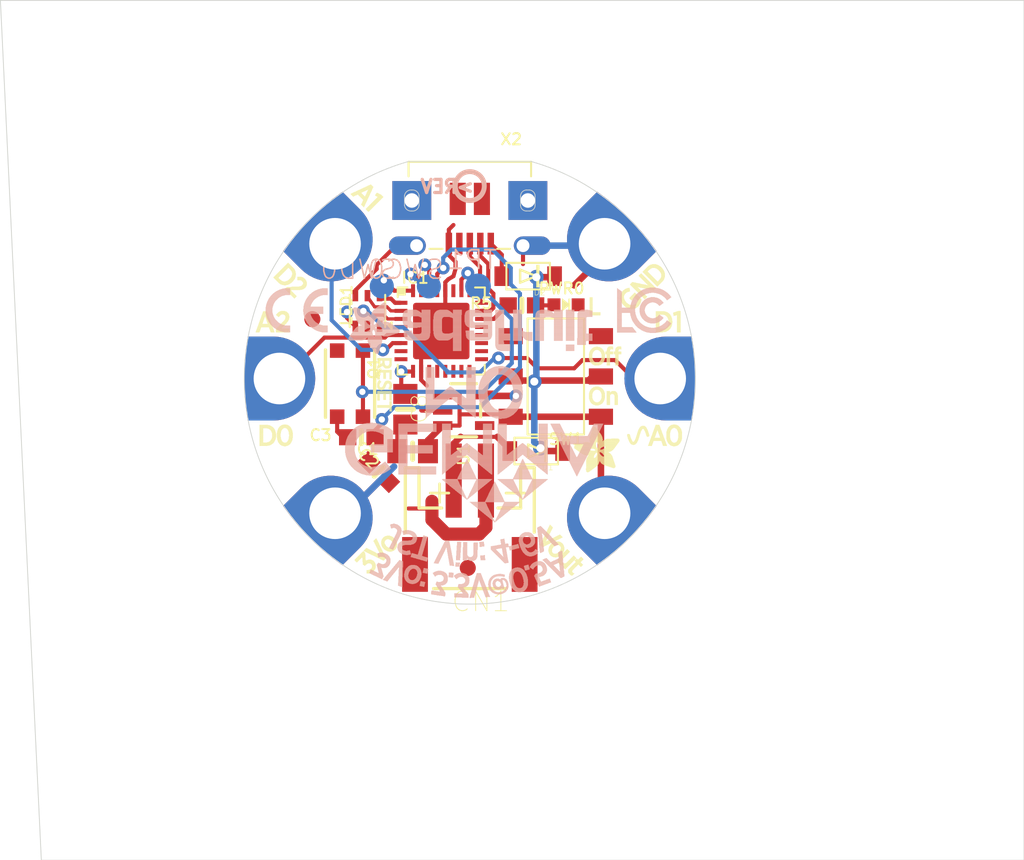
<source format=kicad_pcb>
(kicad_pcb (version 20211014) (generator pcbnew)
  (layers (0 "F.Cu" signal) (1 "In1.Cu" signal) (2 "In2.Cu" signal) (3 "In3.Cu" signal) (4 "In4.Cu" signal) (5 "In5.Cu" signal) (6 "In6.Cu" signal) (7 "In7.Cu" signal) (8 "In8.Cu" signal) (9 "In9.Cu" signal) (10 "In10.Cu" signal) (11 "In11.Cu" signal) (12 "In12.Cu" signal) (13 "In13.Cu" signal) (14 "In14.Cu" signal) (31 "B.Cu" signal) (34 "B.Paste" user) (35 "F.Paste" user) (36 "B.SilkS" user "B.Silkscreen") (37 "F.SilkS" user "F.Silkscreen") (38 "B.Mask" user) (39 "F.Mask" user) (44 "Edge.Cuts" user))
  (net 0 "")
  (net 1 "GND")
  (net 2 "VBUS")
  (net 3 "~{RESET}")
  (net 4 "VBAT")
  (net 5 "D-")
  (net 6 "D+")
  (net 7 "3.3V")
  (net 8 "SWCLK")
  (net 9 "SWDIO")
  (net 10 "D4")
  (net 11 "D3")
  (net 12 "D1_A0")
  (net 13 "VOUT")
  (net 14 "D0_SDA_TX")
  (net 15 "D2_SCL_RX")
  (net 16 "VDDCORE")
  (net 17 "VHIGH")
  (net 18 "D13")
  (net 19 "N$1")
  (footprint "boardEagle:SOD-123FL" (layer "F.Cu") (at 152.1206 98.387005 180)
    (fp_text reference "D2" (at -1.1 -1) (layer "F.SilkS") (effects (font (size 0.376489 0.376489) (thickness 0.029911)) (justify right)))
    (fp_text value "SCHOTTKY")
    (pad "A" smd rect (at 1.6375 0 180) (size 0.91 1.22) (layers "F.Cu" "F.Paste" "F.Mask") (net 2 "VBUS"))
    (pad "C" smd rect (at -1.6375 0 180) (size 0.91 1.22) (layers "F.Cu" "F.Paste" "F.Mask") (net 17 "VHIGH"))
  )
  (footprint "boardEagle:QFN32_5MM" (layer "F.Cu") (at 146.729485 101.789705)
    (fp_text reference "IC1" (at -2.54 -3.298) (layer "F.SilkS") (effects (font (size 0.692831 0.692831) (thickness 0.119969)) (justify left)))
    (fp_text value "ATSAMD21E")
    (pad "1" smd rect (at -2.5 -1.75 90) (size 0.25 0.8) (layers "F.Cu" "F.Paste") (net 11 "D3"))
    (pad "2" smd rect (at -2.5 -1.25 90) (size 0.25 0.8) (layers "F.Cu" "F.Paste") (net 10 "D4"))
    (pad "3" smd rect (at -2.5 -0.75 90) (size 0.25 0.8) (layers "F.Cu" "F.Paste") (net 12 "D1_A0"))
    (pad "4" smd rect (at -2.5 -0.25 90) (size 0.25 0.8) (layers "F.Cu" "F.Paste"))
    (pad "5" smd rect (at -2.5 0.25 90) (size 0.25 0.8) (layers "F.Cu" "F.Paste") (net 14 "D0_SDA_TX"))
    (pad "6" smd rect (at -2.5 0.75 90) (size 0.25 0.8) (layers "F.Cu" "F.Paste") (net 15 "D2_SCL_RX"))
    (pad "7" smd rect (at -2.5 1.25 90) (size 0.25 0.8) (layers "F.Cu" "F.Paste"))
    (pad "8" smd rect (at -2.5 1.75 90) (size 0.25 0.8) (layers "F.Cu" "F.Paste"))
    (pad "9" smd rect (at -1.75 2.5 180) (size 0.25 0.8) (layers "F.Cu" "F.Paste") (net 7 "3.3V"))
    (pad "10" smd rect (at -1.25 2.5 180) (size 0.25 0.8) (layers "F.Cu" "F.Paste") (net 1 "GND"))
    (pad "11" smd rect (at -0.75 2.5 180) (size 0.25 0.8) (layers "F.Cu" "F.Paste"))
    (pad "12" smd rect (at -0.25 2.5 180) (size 0.25 0.8) (layers "F.Cu" "F.Paste"))
    (pad "13" smd rect (at 0.25 2.5 180) (size 0.25 0.8) (layers "F.Cu" "F.Paste"))
    (pad "14" smd rect (at 0.75 2.5 180) (size 0.25 0.8) (layers "F.Cu" "F.Paste"))
    (pad "15" smd rect (at 1.25 2.5 180) (size 0.25 0.8) (layers "F.Cu" "F.Paste"))
    (pad "16" smd rect (at 1.75 2.5 180) (size 0.25 0.8) (layers "F.Cu" "F.Paste"))
    (pad "17" smd rect (at 2.5 1.75 270) (size 0.25 0.8) (layers "F.Cu" "F.Paste"))
    (pad "18" smd rect (at 2.5 1.25 270) (size 0.25 0.8) (layers "F.Cu" "F.Paste"))
    (pad "19" smd rect (at 2.5 0.75 270) (size 0.25 0.8) (layers "F.Cu" "F.Paste"))
    (pad "20" smd rect (at 2.5 0.25 270) (size 0.25 0.8) (layers "F.Cu" "F.Paste"))
    (pad "21" smd rect (at 2.5 -0.25 270) (size 0.25 0.8) (layers "F.Cu" "F.Paste"))
    (pad "22" smd rect (at 2.5 -0.75 270) (size 0.25 0.8) (layers "F.Cu" "F.Paste") (net 18 "D13"))
    (pad "23" smd rect (at 2.5 -1.25 270) (size 0.25 0.8) (layers "F.Cu" "F.Paste") (net 5 "D-"))
    (pad "24" smd rect (at 2.5 -1.75 270) (size 0.25 0.8) (layers "F.Cu" "F.Paste") (net 6 "D+"))
    (pad "25" smd rect (at 1.75 -2.5) (size 0.25 0.8) (layers "F.Cu" "F.Paste"))
    (pad "26" smd rect (at 1.25 -2.5) (size 0.25 0.8) (layers "F.Cu" "F.Paste") (net 3 "~{RESET}"))
    (pad "27" smd rect (at 0.75 -2.5) (size 0.25 0.8) (layers "F.Cu" "F.Paste"))
    (pad "28" smd rect (at 0.25 -2.5) (size 0.25 0.8) (layers "F.Cu" "F.Paste") (net 1 "GND"))
    (pad "29" smd rect (at -0.25 -2.5) (size 0.25 0.8) (layers "F.Cu" "F.Paste") (net 16 "VDDCORE"))
    (pad "30" smd rect (at -0.75 -2.5) (size 0.25 0.8) (layers "F.Cu" "F.Paste") (net 7 "3.3V"))
    (pad "31" smd rect (at -1.25 -2.5) (size 0.25 0.8) (layers "F.Cu" "F.Paste") (net 8 "SWCLK"))
    (pad "32" smd rect (at -1.75 -2.5) (size 0.25 0.8) (layers "F.Cu" "F.Paste") (net 9 "SWDIO"))
    (pad "33" smd roundrect (at 0 0) (size 3.5 3.5) (layers "F.Cu" "F.Mask") (roundrect_rratio 0.05) (net 1 "GND"))
  )
  (footprint "boardEagle:SEWALLI" (layer "F.Cu") (at 140.5001 112.738005 135)
    (fp_text reference "UNK3V3" hide)
    (fp_text value "SEWTAP-ALLIGATOR" hide)
    (fp_poly (pts (xy 1.097845 -2.657662) (xy 1.826708 -2.584729) (xy 2.6035 -2.467646) (xy 2.6035 -0.887081) (xy 2.584633 -0.575169) (xy 2.527959 -0.265914) (xy 2.434423 0.034255) (xy 2.305387 0.320961) (xy 2.142734 0.590022) (xy 1.948834 0.837517) (xy 1.726517 1.059834) (xy 1.479022 1.253734) (xy 1.209961 1.416387) (xy 0.923255 1.545423) (xy 0.623086 1.638959) (xy 0.313831 1.695633) (xy 0 1.714616) (xy -0.313831 1.695633) (xy -0.623086 1.638959) (xy -0.923255 1.545423) (xy -1.209961 1.416387) (xy -1.479022 1.253734) (xy -1.726517 1.059834) (xy -1.948834 0.837517) (xy -2.142734 0.590022) (xy -2.305387 0.320961) (xy -2.434423 0.034255) (xy -2.527959 -0.265914) (xy -2.584633 -0.575169) (xy -2.6035 -0.887081) (xy -2.6035 -2.467646) (xy -1.826708 -2.584729) (xy -1.097845 -2.657662) (xy -0.366252 -2.694174) (xy 0.366252 -2.694174)) (layer "F.Cu") (width 0) (fill solid))
    (fp_poly (pts (xy 1.097845 -2.657662) (xy 1.826708 -2.584729) (xy 2.6035 -2.467646) (xy 2.6035 -0.887081) (xy 2.584633 -0.575169) (xy 2.527959 -0.265914) (xy 2.434423 0.034255) (xy 2.305387 0.320961) (xy 2.142734 0.590022) (xy 1.948834 0.837517) (xy 1.726517 1.059834) (xy 1.479022 1.253734) (xy 1.209961 1.416387) (xy 0.923255 1.545423) (xy 0.623086 1.638959) (xy 0.313831 1.695633) (xy 0 1.714616) (xy -0.313831 1.695633) (xy -0.623086 1.638959) (xy -0.923255 1.545423) (xy -1.209961 1.416387) (xy -1.479022 1.253734) (xy -1.726517 1.059834) (xy -1.948834 0.837517) (xy -2.142734 0.590022) (xy -2.305387 0.320961) (xy -2.434423 0.034255) (xy -2.527959 -0.265914) (xy -2.584633 -0.575169) (xy -2.6035 -0.887081) (xy -2.6035 -2.467646) (xy -1.826708 -2.584729) (xy -1.097845 -2.657662) (xy -0.366252 -2.694174) (xy 0.366252 -2.694174)) (layer "B.Cu") (width 0) (fill solid))
    (pad "P$1" thru_hole circle (at 0 -0.508 135) (size 4.216 4.216) (drill 3.2) (layers *.Cu *.Mask) (net 7 "3.3V"))
  )
  (footprint "boardEagle:APA102_2020" (layer "F.Cu") (at 142.1511 100.546005 90)
    (fp_text reference "LED1" (at -1 -1.3 90) (layer "F.SilkS") (effects (font (size 0.692831 0.692831) (thickness 0.119969)) (justify left)))
    (fp_text value "AP102-2020")
    (pad "1" smd rect (at -0.95 0.75 270) (size 0.7 0.35) (layers "F.Cu" "F.Paste" "F.Mask"))
    (pad "2" smd rect (at -0.95 0 270) (size 0.7 0.35) (layers "F.Cu" "F.Paste" "F.Mask"))
    (pad "3" smd rect (at -0.95 -0.75 270) (size 0.7 0.35) (layers "F.Cu" "F.Paste" "F.Mask") (net 7 "3.3V"))
    (pad "4" smd rect (at 0.95 -0.75 270) (size 0.7 0.35) (layers "F.Cu" "F.Paste" "F.Mask") (net 1 "GND"))
    (pad "5" smd rect (at 0.95 0 270) (size 0.7 0.35) (layers "F.Cu" "F.Paste" "F.Mask") (net 10 "D4"))
    (pad "6" smd rect (at 0.95 0.75 270) (size 0.7 0.35) (layers "F.Cu" "F.Paste" "F.Mask") (net 11 "D3"))
  )
  (footprint "boardEagle:FIDUCIAL_1MM" (layer "F.Cu") (at 138.7331 101.055505 90)
    (fp_text reference "U$1" hide)
    (fp_text value "FIDUCIAL_1MM" hide)
    (pad "1" smd roundrect (at 0 0 90) (size 1 1) (layers "F.Cu" "F.Mask") (roundrect_rratio 0.5))
  )
  (footprint "boardEagle:SEWALLI" (layer "F.Cu") (at 140.5001 96.736005 45)
    (fp_text reference "B2" hide)
    (fp_text value "SEWTAP-ALLIGATOR" hide)
    (fp_poly (pts (xy 1.097845 -2.657662) (xy 1.826708 -2.584729) (xy 2.6035 -2.467646) (xy 2.6035 -0.887081) (xy 2.584633 -0.575169) (xy 2.527959 -0.265914) (xy 2.434423 0.034255) (xy 2.305387 0.320961) (xy 2.142734 0.590022) (xy 1.948834 0.837517) (xy 1.726517 1.059834) (xy 1.479022 1.253734) (xy 1.209961 1.416387) (xy 0.923255 1.545423) (xy 0.623086 1.638959) (xy 0.313831 1.695633) (xy 0 1.714616) (xy -0.313831 1.695633) (xy -0.623086 1.638959) (xy -0.923255 1.545423) (xy -1.209961 1.416387) (xy -1.479022 1.253734) (xy -1.726517 1.059834) (xy -1.948834 0.837517) (xy -2.142734 0.590022) (xy -2.305387 0.320961) (xy -2.434423 0.034255) (xy -2.527959 -0.265914) (xy -2.584633 -0.575169) (xy -2.6035 -0.887081) (xy -2.6035 -2.467646) (xy -1.826708 -2.584729) (xy -1.097845 -2.657662) (xy -0.366252 -2.694174) (xy 0.366252 -2.694174)) (layer "F.Cu") (width 0) (fill solid))
    (fp_poly (pts (xy 1.097845 -2.657662) (xy 1.826708 -2.584729) (xy 2.6035 -2.467646) (xy 2.6035 -0.887081) (xy 2.584633 -0.575169) (xy 2.527959 -0.265914) (xy 2.434423 0.034255) (xy 2.305387 0.320961) (xy 2.142734 0.590022) (xy 1.948834 0.837517) (xy 1.726517 1.059834) (xy 1.479022 1.253734) (xy 1.209961 1.416387) (xy 0.923255 1.545423) (xy 0.623086 1.638959) (xy 0.313831 1.695633) (xy 0 1.714616) (xy -0.313831 1.695633) (xy -0.623086 1.638959) (xy -0.923255 1.545423) (xy -1.209961 1.416387) (xy -1.479022 1.253734) (xy -1.726517 1.059834) (xy -1.948834 0.837517) (xy -2.142734 0.590022) (xy -2.305387 0.320961) (xy -2.434423 0.034255) (xy -2.527959 -0.265914) (xy -2.584633 -0.575169) (xy -2.6035 -0.887081) (xy -2.6035 -2.467646) (xy -1.826708 -2.584729) (xy -1.097845 -2.657662) (xy -0.366252 -2.694174) (xy 0.366252 -2.694174)) (layer "B.Cu") (width 0) (fill solid))
    (pad "P$1" thru_hole circle (at 0 -0.508 45) (size 4.216 4.216) (drill 3.2) (layers *.Cu *.Mask) (net 15 "D2_SCL_RX"))
  )
  (footprint "boardEagle:SEWALLI" (layer "F.Cu") (at 156.5021 96.736005 -45)
    (fp_text reference "GND0" hide)
    (fp_text value "SEWTAP-ALLIGATOR" hide)
    (fp_poly (pts (xy 1.097845 -2.657662) (xy 1.826708 -2.584729) (xy 2.6035 -2.467646) (xy 2.6035 -0.887081) (xy 2.584633 -0.575169) (xy 2.527959 -0.265914) (xy 2.434423 0.034255) (xy 2.305387 0.320961) (xy 2.142734 0.590022) (xy 1.948834 0.837517) (xy 1.726517 1.059834) (xy 1.479022 1.253734) (xy 1.209961 1.416387) (xy 0.923255 1.545423) (xy 0.623086 1.638959) (xy 0.313831 1.695633) (xy 0 1.714616) (xy -0.313831 1.695633) (xy -0.623086 1.638959) (xy -0.923255 1.545423) (xy -1.209961 1.416387) (xy -1.479022 1.253734) (xy -1.726517 1.059834) (xy -1.948834 0.837517) (xy -2.142734 0.590022) (xy -2.305387 0.320961) (xy -2.434423 0.034255) (xy -2.527959 -0.265914) (xy -2.584633 -0.575169) (xy -2.6035 -0.887081) (xy -2.6035 -2.467646) (xy -1.826708 -2.584729) (xy -1.097845 -2.657662) (xy -0.366252 -2.694174) (xy 0.366252 -2.694174)) (layer "F.Cu") (width 0) (fill solid))
    (fp_poly (pts (xy 1.097845 -2.657662) (xy 1.826708 -2.584729) (xy 2.6035 -2.467646) (xy 2.6035 -0.887081) (xy 2.584633 -0.575169) (xy 2.527959 -0.265914) (xy 2.434423 0.034255) (xy 2.305387 0.320961) (xy 2.142734 0.590022) (xy 1.948834 0.837517) (xy 1.726517 1.059834) (xy 1.479022 1.253734) (xy 1.209961 1.416387) (xy 0.923255 1.545423) (xy 0.623086 1.638959) (xy 0.313831 1.695633) (xy 0 1.714616) (xy -0.313831 1.695633) (xy -0.623086 1.638959) (xy -0.923255 1.545423) (xy -1.209961 1.416387) (xy -1.479022 1.253734) (xy -1.726517 1.059834) (xy -1.948834 0.837517) (xy -2.142734 0.590022) (xy -2.305387 0.320961) (xy -2.434423 0.034255) (xy -2.527959 -0.265914) (xy -2.584633 -0.575169) (xy -2.6035 -0.887081) (xy -2.6035 -2.467646) (xy -1.826708 -2.584729) (xy -1.097845 -2.657662) (xy -0.366252 -2.694174) (xy 0.366252 -2.694174)) (layer "B.Cu") (width 0) (fill solid))
    (pad "P$1" thru_hole circle (at 0 -0.508 315) (size 4.216 4.216) (drill 3.2) (layers *.Cu *.Mask) (net 1 "GND"))
  )
  (footprint "boardEagle:BTN_KMR2_4.6X2.8" (layer "F.Cu") (at 141.0716 105.054505 -90)
    (fp_text reference "Q1" (at -1.732 -1.503 90) (layer "F.SilkS") (effects (font (size 0.692831 0.692831) (thickness 0.119969)) (justify right)))
    (fp_text value "reset")
    (pad "A" smd rect (at 2.05 -0.8 270) (size 0.9 0.9) (layers "F.Cu" "F.Paste" "F.Mask") (net 3 "~{RESET}"))
    (pad "A'" smd rect (at -2.05 -0.8 270) (size 0.9 0.9) (layers "F.Cu" "F.Paste" "F.Mask") (net 3 "~{RESET}"))
    (pad "B" smd rect (at 2.05 0.8 270) (size 0.9 0.9) (layers "F.Cu" "F.Paste" "F.Mask") (net 1 "GND"))
    (pad "B'" smd rect (at -2.05 0.8 270) (size 0.9 0.9) (layers "F.Cu" "F.Paste" "F.Mask") (net 1 "GND"))
  )
  (footprint "boardEagle:EG1390" (layer "F.Cu") (at 153.8351 104.610005 90)
    (fp_text reference "SW1" (at -3.886 1.764) (layer "F.SilkS") (effects (font (size 0.692831 0.692831) (thickness 0.119969)) (justify right)))
    (fp_text value "EG1218")
    (pad "" np_thru_hole circle (at -1.5 0 90) (size 1 1) (drill 1) (layers *.Cu *.Mask))
    (pad "" np_thru_hole circle (at 1.5 0 90) (size 1 1) (drill 1) (layers *.Cu *.Mask))
    (pad "O1" smd rect (at -2.5 -2.8 90) (size 1 1.5) (layers "F.Cu" "F.Paste" "F.Mask") (net 13 "VOUT"))
    (pad "O2" smd rect (at -2.5 2.8 90) (size 1 1.5) (layers "F.Cu" "F.Paste" "F.Mask") (net 13 "VOUT"))
    (pad "P1" smd rect (at 0 -2.8 90) (size 1 1.5) (layers "F.Cu" "F.Paste" "F.Mask") (net 17 "VHIGH"))
    (pad "P2" smd rect (at 0 2.8 90) (size 1 1.5) (layers "F.Cu" "F.Paste" "F.Mask") (net 17 "VHIGH"))
    (pad "S1" smd rect (at 2.5 -2.8 90) (size 1 1.5) (layers "F.Cu" "F.Paste" "F.Mask"))
    (pad "S2" smd rect (at 2.5 2.8 90) (size 1 1.5) (layers "F.Cu" "F.Paste" "F.Mask"))
  )
  (footprint "boardEagle:0603-NO" (layer "F.Cu") (at 151.731893 100.199015 180)
    (fp_text reference "R5" (at 1.778 0.127003) (layer "F.SilkS") (effects (font (size 0.692831 0.692831) (thickness 0.119969)) (justify right)))
    (fp_text value "1K")
    (pad "1" smd rect (at -0.85 0 180) (size 1.075 1) (layers "F.Cu" "F.Paste" "F.Mask") (net 19 "N$1"))
    (pad "2" smd rect (at 0.85 0 180) (size 1.075 1) (layers "F.Cu" "F.Paste" "F.Mask") (net 18 "D13"))
  )
  (footprint "boardEagle:SOD-123FL" (layer "F.Cu") (at 152.6191 109.236005 180)
    (fp_text reference "D1" (at -1.1 -1) (layer "F.SilkS") (effects (font (size 0.376489 0.376489) (thickness 0.029911)) (justify right)))
    (fp_text value "SCHOTTKY")
    (pad "A" smd rect (at 1.6375 0 180) (size 0.91 1.22) (layers "F.Cu" "F.Paste" "F.Mask") (net 4 "VBAT"))
    (pad "C" smd rect (at -1.6375 0 180) (size 0.91 1.22) (layers "F.Cu" "F.Paste" "F.Mask") (net 17 "VHIGH"))
  )
  (footprint "boardEagle:SOT23-5" (layer "F.Cu") (at 148.1201 106.705505 -90)
    (fp_text reference "U1" (at 1.978 0 90) (layer "F.SilkS") (effects (font (size 0.692831 0.692831) (thickness 0.119969)) (justify right)))
    (fp_text value "AP2112K-3.3")
    (pad "1" smd rect (at -0.95 1.3001 270) (size 0.55 1.2) (layers "F.Cu" "F.Paste" "F.Mask") (net 13 "VOUT"))
    (pad "2" smd rect (at 0 1.3001 270) (size 0.55 1.2) (layers "F.Cu" "F.Paste" "F.Mask") (net 1 "GND"))
    (pad "3" smd rect (at 0.95 1.3001 270) (size 0.55 1.2) (layers "F.Cu" "F.Paste" "F.Mask") (net 13 "VOUT"))
    (pad "4" smd rect (at 0.95 -1.3001 270) (size 0.55 1.2) (layers "F.Cu" "F.Paste" "F.Mask"))
    (pad "5" smd rect (at -0.95 -1.3001 270) (size 0.55 1.2) (layers "F.Cu" "F.Paste" "F.Mask") (net 7 "3.3V"))
  )
  (footprint "boardEagle:0805-NO" (layer "F.Cu") (at 144.5006 106.642005 -90)
    (fp_text reference "C8" (at -1 -0.875 90) (layer "F.SilkS") (effects (font (size 0.96268 0.96268) (thickness 0.05332)) (justify right)))
    (fp_text value "10uF")
    (pad "1" smd rect (at -0.95 0 270) (size 1.24 1.5) (layers "F.Cu" "F.Paste" "F.Mask") (net 7 "3.3V"))
    (pad "2" smd rect (at 0.95 0 270) (size 1.24 1.5) (layers "F.Cu" "F.Paste" "F.Mask") (net 1 "GND"))
  )
  (footprint "boardEagle:4UCONN_20329_V2" (layer "F.Cu") (at 148.5011 95.593005 180)
    (fp_text reference "X2" (at -3.31 5.699) (layer "F.SilkS") (effects (font (size 0.692831 0.692831) (thickness 0.119969)) (justify right)))
    (fp_text value "MicroUSB")
    (fp_line (start 4.05 1.6) (end 4.05 2.2) (layer "Edge.Cuts") (width 0.05))
    (fp_line (start -3.15 1.6) (end -3.15 2.15) (layer "Edge.Cuts") (width 0.05))
    (fp_line (start 3.15 2.2) (end 3.15 1.6) (layer "Edge.Cuts") (width 0.05))
    (fp_line (start -3.7 1.25) (end -3.5 1.25) (layer "Edge.Cuts") (width 0.05))
    (fp_line (start -3.5 2.55) (end -3.7 2.55) (layer "Edge.Cuts") (width 0.05))
    (fp_line (start -4.05 2.15) (end -4.05 1.6) (layer "Edge.Cuts") (width 0.05))
    (fp_arc (start -3.7 2.55) (mid -3.957843 2.422487) (end -4.05 2.15) (layer "Edge.Cuts") (width 0.05))
    (fp_arc (start 3.15 1.6) (mid 3.302513 1.331802) (end 3.6 1.25) (layer "Edge.Cuts") (width 0.05))
    (fp_arc (start 4.05 2.2) (mid 3.897487 2.468198) (end 3.6 2.55) (layer "Edge.Cuts") (width 0.05))
    (fp_arc (start 3.6 1.25) (mid 3.897487 1.331802) (end 4.05 1.6) (layer "Edge.Cuts") (width 0.05))
    (fp_arc (start -3.5 1.25) (mid -3.252513 1.352513) (end -3.15 1.6) (layer "Edge.Cuts") (width 0.05))
    (fp_arc (start -3.15 2.15) (mid -3.242157 2.422487) (end -3.5 2.55) (layer "Edge.Cuts") (width 0.05))
    (fp_arc (start 3.6 2.55) (mid 3.302513 2.468198) (end 3.15 2.2) (layer "Edge.Cuts") (width 0.05))
    (fp_arc (start -4.05 1.6) (mid -3.947487 1.352513) (end -3.7 1.25) (layer "Edge.Cuts") (width 0.05))
    (pad "" np_thru_hole circle (at 1.95 0 180) (size 0.7 0.7) (drill 0.7) (layers *.Cu *.Mask))
    (pad "" np_thru_hole circle (at -1.95 0 180) (size 0.7 0.7) (drill 0.7) (layers *.Cu *.Mask))
    (pad "BASE@1" smd rect (at -0.75 2 270) (size 2 1) (layers "F.Cu" "F.Paste" "F.Mask") (net 1 "GND"))
    (pad "BASE@2" smd rect (at 0.75 2 270) (size 2 1) (layers "F.Cu" "F.Paste" "F.Mask") (net 1 "GND"))
    (pad "D+" smd rect (at 0 -0.775 180) (size 0.4 1.35) (layers "F.Cu") (net 6 "D+"))
    (pad "D-" smd rect (at -0.65 -0.775 180) (size 0.4 1.35) (layers "F.Cu") (net 5 "D-"))
    (pad "GND" smd rect (at 1.3 -0.775 180) (size 0.4 1.35) (layers "F.Cu") (net 1 "GND"))
    (pad "ID" smd rect (at 0.65 -0.775 180) (size 0.4 1.35) (layers "F.Cu"))
    (pad "SPRT@1" thru_hole oval (at -3.3 -0.9) (size 2.286 1.143) (drill 0.8 (offset 0.5715 0)) (layers *.Cu *.Mask) (net 1 "GND"))
    (pad "SPRT@2" thru_hole oval (at 3.3 -0.9 180) (size 2.286 1.143) (drill 0.8 (offset 0.5715 0)) (layers *.Cu *.Mask) (net 1 "GND"))
    (pad "SPRT@3" thru_hole rect (at -3.6 1.9 270) (size 2.413 2.413) (drill 0.9) (layers *.Cu *.Mask) (net 1 "GND"))
    (pad "SPRT@4" thru_hole rect (at 3.6 1.9 270) (size 2.413 2.413) (drill 0.9) (layers *.Cu *.Mask) (net 1 "GND"))
    (pad "VBUS" smd rect (at -1.3 -0.775 180) (size 0.4 1.35) (layers "F.Cu") (net 2 "VBUS"))
  )
  (footprint "boardEagle:0603-NO" (layer "F.Cu") (at 141.773294 108.379614 180)
    (fp_text reference "C3" (at 1.778 0.127) (layer "F.SilkS") (effects (font (size 0.692831 0.692831) (thickness 0.119969)) (justify right)))
    (fp_text value "1uF")
    (pad "1" smd rect (at -0.85 0 180) (size 1.075 1) (layers "F.Cu" "F.Paste" "F.Mask") (net 16 "VDDCORE"))
    (pad "2" smd rect (at 0.85 0 180) (size 1.075 1) (layers "F.Cu" "F.Paste" "F.Mask") (net 1 "GND"))
  )
  (footprint "boardEagle:SEWALLI" (layer "F.Cu") (at 159.8041 104.737005 -90)
    (fp_text reference "B1" hide)
    (fp_text value "SEWTAP-ALLIGATOR" hide)
    (fp_poly (pts (xy 1.097845 -2.657662) (xy 1.826708 -2.584729) (xy 2.6035 -2.467646) (xy 2.6035 -0.887081) (xy 2.584633 -0.575169) (xy 2.527959 -0.265914) (xy 2.434423 0.034255) (xy 2.305387 0.320961) (xy 2.142734 0.590022) (xy 1.948834 0.837517) (xy 1.726517 1.059834) (xy 1.479022 1.253734) (xy 1.209961 1.416387) (xy 0.923255 1.545423) (xy 0.623086 1.638959) (xy 0.313831 1.695633) (xy 0 1.714616) (xy -0.313831 1.695633) (xy -0.623086 1.638959) (xy -0.923255 1.545423) (xy -1.209961 1.416387) (xy -1.479022 1.253734) (xy -1.726517 1.059834) (xy -1.948834 0.837517) (xy -2.142734 0.590022) (xy -2.305387 0.320961) (xy -2.434423 0.034255) (xy -2.527959 -0.265914) (xy -2.584633 -0.575169) (xy -2.6035 -0.887081) (xy -2.6035 -2.467646) (xy -1.826708 -2.584729) (xy -1.097845 -2.657662) (xy -0.366252 -2.694174) (xy 0.366252 -2.694174)) (layer "F.Cu") (width 0) (fill solid))
    (fp_poly (pts (xy 1.097845 -2.657662) (xy 1.826708 -2.584729) (xy 2.6035 -2.467646) (xy 2.6035 -0.887081) (xy 2.584633 -0.575169) (xy 2.527959 -0.265914) (xy 2.434423 0.034255) (xy 2.305387 0.320961) (xy 2.142734 0.590022) (xy 1.948834 0.837517) (xy 1.726517 1.059834) (xy 1.479022 1.253734) (xy 1.209961 1.416387) (xy 0.923255 1.545423) (xy 0.623086 1.638959) (xy 0.313831 1.695633) (xy 0 1.714616) (xy -0.313831 1.695633) (xy -0.623086 1.638959) (xy -0.923255 1.545423) (xy -1.209961 1.416387) (xy -1.479022 1.253734) (xy -1.726517 1.059834) (xy -1.948834 0.837517) (xy -2.142734 0.590022) (xy -2.305387 0.320961) (xy -2.434423 0.034255) (xy -2.527959 -0.265914) (xy -2.584633 -0.575169) (xy -2.6035 -0.887081) (xy -2.6035 -2.467646) (xy -1.826708 -2.584729) (xy -1.097845 -2.657662) (xy -0.366252 -2.694174) (xy 0.366252 -2.694174)) (layer "B.Cu") (width 0) (fill solid))
    (pad "P$1" thru_hole circle (at 0 -0.508 270) (size 4.216 4.216) (drill 3.2) (layers *.Cu *.Mask) (net 12 "D1_A0"))
  )
  (footprint "boardEagle:0805-NO" (layer "F.Cu") (at 144.9546 109.245505 180)
    (fp_text reference "C1" (at 2.032 0.127) (layer "F.SilkS") (effects (font (size 0.692831 0.692831) (thickness 0.119969)) (justify right)))
    (fp_text value "10uF")
    (pad "1" smd rect (at -0.95 0 180) (size 1.24 1.5) (layers "F.Cu" "F.Paste" "F.Mask") (net 13 "VOUT"))
    (pad "2" smd rect (at 0.95 0 180) (size 1.24 1.5) (layers "F.Cu" "F.Paste" "F.Mask") (net 1 "GND"))
  )
  (footprint "boardEagle:JSTPH2" (layer "F.Cu") (at 148.5011 114.770005 180)
    (fp_text reference "CN1" (at -2.54 -3.81) (layer "F.SilkS") (effects (font (size 1.21668 1.21668) (thickness 0.05332)) (justify right)))
    (fp_text value "JST-PH")
    (pad "1" smd rect (at -1 3.7 180) (size 1 4.6) (layers "F.Cu" "F.Paste" "F.Mask") (net 1 "GND"))
    (pad "2" smd rect (at 1 3.7 180) (size 1 4.6) (layers "F.Cu" "F.Paste" "F.Mask") (net 4 "VBAT"))
    (pad "NC1" smd rect (at -3.4 -1.5 270) (size 3.4 1.6) (layers "F.Cu" "F.Paste" "F.Mask"))
    (pad "NC2" smd rect (at 3.4 -1.5 270) (size 3.4 1.6) (layers "F.Cu" "F.Paste" "F.Mask"))
  )
  (footprint "boardEagle:SEWALLI" (layer "F.Cu") (at 156.5021 112.738005 -135)
    (fp_text reference "VBAT0" hide)
    (fp_text value "SEWTAP-ALLIGATOR" hide)
    (fp_poly (pts (xy 1.097845 -2.657662) (xy 1.826708 -2.584729) (xy 2.6035 -2.467646) (xy 2.6035 -0.887081) (xy 2.584633 -0.575169) (xy 2.527959 -0.265914) (xy 2.434423 0.034255) (xy 2.305387 0.320961) (xy 2.142734 0.590022) (xy 1.948834 0.837517) (xy 1.726517 1.059834) (xy 1.479022 1.253734) (xy 1.209961 1.416387) (xy 0.923255 1.545423) (xy 0.623086 1.638959) (xy 0.313831 1.695633) (xy 0 1.714616) (xy -0.313831 1.695633) (xy -0.623086 1.638959) (xy -0.923255 1.545423) (xy -1.209961 1.416387) (xy -1.479022 1.253734) (xy -1.726517 1.059834) (xy -1.948834 0.837517) (xy -2.142734 0.590022) (xy -2.305387 0.320961) (xy -2.434423 0.034255) (xy -2.527959 -0.265914) (xy -2.584633 -0.575169) (xy -2.6035 -0.887081) (xy -2.6035 -2.467646) (xy -1.826708 -2.584729) (xy -1.097845 -2.657662) (xy -0.366252 -2.694174) (xy 0.366252 -2.694174)) (layer "F.Cu") (width 0) (fill solid))
    (fp_poly (pts (xy 1.097845 -2.657662) (xy 1.826708 -2.584729) (xy 2.6035 -2.467646) (xy 2.6035 -0.887081) (xy 2.584633 -0.575169) (xy 2.527959 -0.265914) (xy 2.434423 0.034255) (xy 2.305387 0.320961) (xy 2.142734 0.590022) (xy 1.948834 0.837517) (xy 1.726517 1.059834) (xy 1.479022 1.253734) (xy 1.209961 1.416387) (xy 0.923255 1.545423) (xy 0.623086 1.638959) (xy 0.313831 1.695633) (xy 0 1.714616) (xy -0.313831 1.695633) (xy -0.623086 1.638959) (xy -0.923255 1.545423) (xy -1.209961 1.416387) (xy -1.479022 1.253734) (xy -1.726517 1.059834) (xy -1.948834 0.837517) (xy -2.142734 0.590022) (xy -2.305387 0.320961) (xy -2.434423 0.034255) (xy -2.527959 -0.265914) (xy -2.584633 -0.575169) (xy -2.6035 -0.887081) (xy -2.6035 -2.467646) (xy -1.826708 -2.584729) (xy -1.097845 -2.657662) (xy -0.366252 -2.694174) (xy 0.366252 -2.694174)) (layer "B.Cu") (width 0) (fill solid))
    (pad "P$1" thru_hole circle (at 0 -0.508 225) (size 4.216 4.216) (drill 3.2) (layers *.Cu *.Mask) (net 13 "VOUT"))
  )
  (footprint "boardEagle:GEMMA_M0_TOP" (layer "F.Cu") (at 134.5311 118.707005)
    (fp_text reference "U$8" hide)
    (fp_text value "" hide)
  )
  (footprint "boardEagle:SEWALLI" (layer "F.Cu") (at 137.1981 104.737005 90)
    (fp_text reference "B0" hide)
    (fp_text value "SEWTAP-ALLIGATOR" hide)
    (fp_poly (pts (xy 1.097845 -2.657662) (xy 1.826708 -2.584729) (xy 2.6035 -2.467646) (xy 2.6035 -0.887081) (xy 2.584633 -0.575169) (xy 2.527959 -0.265914) (xy 2.434423 0.034255) (xy 2.305387 0.320961) (xy 2.142734 0.590022) (xy 1.948834 0.837517) (xy 1.726517 1.059834) (xy 1.479022 1.253734) (xy 1.209961 1.416387) (xy 0.923255 1.545423) (xy 0.623086 1.638959) (xy 0.313831 1.695633) (xy 0 1.714616) (xy -0.313831 1.695633) (xy -0.623086 1.638959) (xy -0.923255 1.545423) (xy -1.209961 1.416387) (xy -1.479022 1.253734) (xy -1.726517 1.059834) (xy -1.948834 0.837517) (xy -2.142734 0.590022) (xy -2.305387 0.320961) (xy -2.434423 0.034255) (xy -2.527959 -0.265914) (xy -2.584633 -0.575169) (xy -2.6035 -0.887081) (xy -2.6035 -2.467646) (xy -1.826708 -2.584729) (xy -1.097845 -2.657662) (xy -0.366252 -2.694174) (xy 0.366252 -2.694174)) (layer "F.Cu") (width 0) (fill solid))
    (fp_poly (pts (xy 1.097845 -2.657662) (xy 1.826708 -2.584729) (xy 2.6035 -2.467646) (xy 2.6035 -0.887081) (xy 2.584633 -0.575169) (xy 2.527959 -0.265914) (xy 2.434423 0.034255) (xy 2.305387 0.320961) (xy 2.142734 0.590022) (xy 1.948834 0.837517) (xy 1.726517 1.059834) (xy 1.479022 1.253734) (xy 1.209961 1.416387) (xy 0.923255 1.545423) (xy 0.623086 1.638959) (xy 0.313831 1.695633) (xy 0 1.714616) (xy -0.313831 1.695633) (xy -0.623086 1.638959) (xy -0.923255 1.545423) (xy -1.209961 1.416387) (xy -1.479022 1.253734) (xy -1.726517 1.059834) (xy -1.948834 0.837517) (xy -2.142734 0.590022) (xy -2.305387 0.320961) (xy -2.434423 0.034255) (xy -2.527959 -0.265914) (xy -2.584633 -0.575169) (xy -2.6035 -0.887081) (xy -2.6035 -2.467646) (xy -1.826708 -2.584729) (xy -1.097845 -2.657662) (xy -0.366252 -2.694174) (xy 0.366252 -2.694174)) (layer "B.Cu") (width 0) (fill solid))
    (pad "P$1" thru_hole circle (at 0 -0.508 90) (size 4.216 4.216) (drill 3.2) (layers *.Cu *.Mask) (net 14 "D0_SDA_TX"))
  )
  (footprint "boardEagle:FIDUCIAL_1MM" (layer "F.Cu") (at 148.3741 116.487505)
    (fp_text reference "U$6" hide)
    (fp_text value "FIDUCIAL_1MM" hide)
    (pad "1" smd roundrect (at 0 0) (size 1 1) (layers "F.Cu" "F.Mask") (roundrect_rratio 0.5))
  )
  (footprint "boardEagle:0603-NO" (layer "F.Cu") (at 142.8496 110.515505 135)
    (fp_text reference "C2" (at 1.778 0.127008 -45) (layer "F.SilkS") (effects (font (size 0.692831 0.692831) (thickness 0.119969)) (justify left)))
    (fp_text value "1uF")
    (pad "1" smd rect (at -0.85 0 135) (size 1.075 1) (layers "F.Cu" "F.Paste" "F.Mask") (net 7 "3.3V"))
    (pad "2" smd rect (at 0.85 0 135) (size 1.075 1) (layers "F.Cu" "F.Paste" "F.Mask") (net 1 "GND"))
  )
  (footprint "boardEagle:CHIPLED_0603_NOOUTLINE" (layer "F.Cu") (at 154.4701 100.165005 -90)
    (fp_text reference "PWR0" (at -1.016 1.778) (layer "F.SilkS") (effects (font (size 0.692831 0.692831) (thickness 0.119969)) (justify left)))
    (fp_text value "red")
    (pad "A" smd rect (at 0 0.75 270) (size 0.8 0.8) (layers "F.Cu" "F.Paste" "F.Mask") (net 19 "N$1"))
    (pad "C" smd rect (at 0 -0.75 270) (size 0.8 0.8) (layers "F.Cu" "F.Paste" "F.Mask") (net 1 "GND"))
  )
  (footprint "boardEagle:TP16R" (layer "B.Cu") (at 149.0091 99.022005 180)
    (fp_text reference "TP1" (at -1.27 1.651) (layer "B.SilkS") (effects (font (size 1.15316 1.15316) (thickness 0.11684)) (justify left mirror)))
    (fp_text value "TPTP16R")
    (pad "TP" smd roundrect (at 0 0 180) (size 1.6 1.6) (layers "B.Cu" "B.Mask") (roundrect_rratio 0.5) (net 3 "~{RESET}"))
  )
  (footprint "boardEagle:PCBFEAT-REV-040" (layer "B.Cu") (at 148.5011 92.799005 180)
    (fp_text reference "U$10" hide)
    (fp_text value "" hide)
    (fp_text user ">REV" (at -0.3556 -0.508) (layer "B.SilkS") (effects (font (size 0.8128 0.8128) (thickness 0.2032)) (justify left bottom mirror)))
  )
  (footprint "boardEagle:GEMMA_M0_BOTTOM" (layer "B.Cu") (at 134.5311 91.402005)
    (fp_text reference "U$7" hide)
    (fp_text value "" hide)
  )
  (footprint "boardEagle:TP15R" (layer "B.Cu") (at 145.9611 99.022005 180)
    (fp_text reference "SWC0" (at -1 1.05) (layer "B.SilkS") (effects (font (size 1.176528 1.176528) (thickness 0.093472)) (justify left mirror)))
    (fp_text value "TPTP15R")
    (pad "TP" smd roundrect (at 0 0 180) (size 1.5 1.5) (layers "B.Cu" "B.Mask") (roundrect_rratio 0.5) (net 8 "SWCLK"))
  )
  (footprint "boardEagle:TP15R" (layer "B.Cu") (at 143.0401 99.022005 180)
    (fp_text reference "SWD0" (at -1 1.05) (layer "B.SilkS") (effects (font (size 1.176528 1.176528) (thickness 0.093472)) (justify left mirror)))
    (fp_text value "TPTP15R")
    (pad "TP" smd roundrect (at 0 0 180) (size 1.5 1.5) (layers "B.Cu" "B.Mask") (roundrect_rratio 0.5) (net 9 "SWDIO"))
  )
  (gr_line (start 182.88 81.28) (end 182.88 134.62) (layer "Edge.Cuts") (width 0.05))
  (gr_line (start 182.88 134.62) (end 121.92 134.62) (layer "Edge.Cuts") (width 0.05))
  (gr_line (start 119.38 81.28) (end 182.88 81.28) (layer "Edge.Cuts") (width 0.05))
  (gr_line (start 121.92 134.62) (end 119.38 81.28) (layer "Edge.Cuts") (width 0.05))
  (gr_line (start 144.6911 91.275005) (end 152.3111 91.275005) (layer "Edge.Cuts") (width 0.05))
  (gr_arc (start 152.3111 91.275005) (mid 148.5011 118.732194) (end 144.6911 91.275005) (layer "Edge.Cuts") (width 0.05))
  (gr_text "-" (at 150.2791 112.611005) (layer "F.SilkS") (effects (font (size 1.50876 1.50876) (thickness 0.16764)) (justify left bottom)))
  (gr_text "+" (at 145.5801 112.611005) (layer "F.SilkS") (effects (font (size 1.50876 1.50876) (thickness 0.16764)) (justify left bottom)))
  (segment (start 147.2011 97.087005) (end 147.2011 96.368005) (width 0.254) (layer "F.Cu") (net 1))
  (segment (start 140.2716 108.035005) (end 140.61621 108.379614) (width 0.254) (layer "F.Cu") (net 1))
  (segment (start 147.1676 98.577505) (end 146.979485 98.765621) (width 0.254) (layer "F.Cu") (net 1))
  (segment (start 156.861309 97.075296) (end 156.861309 96.376796) (width 0.4064) (layer "F.Cu") (net 1))
  (segment (start 147.4851 98.387005) (end 147.1676 98.577505) (width 0.254) (layer "F.Cu") (net 1))
  (segment (start 149.5011 111.070005) (end 149.5011 113.960505) (width 0.8128) (layer "F.Cu") (net 1))
  (segment (start 145.479485 104.289705) (end 145.479485 104.826889) (width 0.254) (layer "F.Cu") (net 1))
  (segment (start 140.61621 108.379614) (end 140.923294 108.379614) (width 0.254) (layer "F.Cu") (net 1))
  (segment (start 142.7226 97.688505) (end 143.9181 96.493005) (width 0.254) (layer "F.Cu") (net 1))
  (segment (start 144.2466 107.592005) (end 144.5006 107.592005) (width 0.254) (layer "F.Cu") (net 1))
  (segment (start 143.9181 96.493005) (end 145.2011 96.493005) (width 0.254) (layer "F.Cu") (net 1))
  (segment (start 146.979485 99.289705) (end 146.979485 101.476205) (width 0.254) (layer "F.Cu") (net 1))
  (segment (start 145.479485 104.826889) (end 145.8341 105.181505) (width 0.254) (layer "F.Cu") (net 1))
  (segment (start 146.1516 112.801505) (end 146.1516 112.357005) (width 0.8128) (layer "F.Cu") (net 1))
  (segment (start 147.6121 97.498005) (end 147.2011 97.087005) (width 0.254) (layer "F.Cu") (net 1))
  (segment (start 147.2011 95.496005) (end 147.4851 95.212005) (width 0.254) (layer "F.Cu") (net 1))
  (segment (start 145.5141 106.705505) (end 146.82 106.705505) (width 0.3048) (layer "F.Cu") (net 1))
  (segment (start 141.4011 99.264005) (end 141.4011 99.596005) (width 0.254) (layer "F.Cu") (net 1))
  (segment (start 147.6121 97.942505) (end 147.6121 97.498005) (width 0.254) (layer "F.Cu") (net 1))
  (segment (start 149.0726 114.389005) (end 147.0406 114.389005) (width 0.8128) (layer "F.Cu") (net 1))
  (segment (start 144.0046 109.245505) (end 144.0046 107.834005) (width 0.254) (layer "F.Cu") (net 1))
  (segment (start 146.979485 101.476205) (end 146.729485 101.726205) (width 0.254) (layer "F.Cu") (net 1))
  (segment (start 145.479485 102.976205) (end 146.729485 101.726205) (width 0.254) (layer "F.Cu") (net 1))
  (segment (start 146.729485 101.726205) (end 146.729485 101.789705) (width 0.254) (layer "F.Cu") (net 1))
  (segment (start 142.7226 97.942505) (end 142.7226 97.688505) (width 0.254) (layer "F.Cu") (net 1))
  (segment (start 145.2011 96.611005) (end 145.2011 96.493005) (width 0.254) (layer "F.Cu") (net 1))
  (segment (start 149.5011 113.960505) (end 149.0726 114.389005) (width 0.8128) (layer "F.Cu") (net 1))
  (segment (start 147.2011 96.368005) (end 147.2011 95.496005) (width 0.254) (layer "F.Cu") (net 1))
  (segment (start 146.1516 113.500005) (end 146.1516 112.801505) (width 0.8128) (layer "F.Cu") (net 1))
  (segment (start 151.8011 96.493005) (end 151.917309 96.376796) (width 0.254) (layer "F.Cu") (net 1))
  (segment (start 147.0406 114.389005) (end 146.1516 113.500005) (width 0.8128) (layer "F.Cu") (net 1))
  (segment (start 145.479485 104.289705) (end 145.479485 102.976205) (width 0.254) (layer "F.Cu") (net 1))
  (segment (start 147.6121 97.942505) (end 147.4851 98.387005) (width 0.254) (layer "F.Cu") (net 1))
  (segment (start 154.9781 98.958505) (end 156.861309 97.075296) (width 0.4064) (layer "F.Cu") (net 1))
  (segment (start 141.4011 99.264005) (end 142.7226 97.942505) (width 0.254) (layer "F.Cu") (net 1))
  (segment (start 146.979485 99.289705) (end 146.979485 98.765621) (width 0.254) (layer "F.Cu") (net 1))
  (segment (start 140.2716 107.104505) (end 140.2716 108.035005) (width 0.254) (layer "F.Cu") (net 1))
  (segment (start 144.0046 107.834005) (end 144.2466 107.592005) (width 0.254) (layer "F.Cu") (net 1))
  (segment (start 144.6911 112.801505) (end 146.1516 112.801505) (width 0.254) (layer "F.Cu") (net 1))
  (segment (start 151.8011 97.639005) (end 151.8011 96.493005) (width 0.254) (layer "F.Cu") (net 1))
  (segment (start 156.628946 96.493005) (end 151.8011 96.493005) (width 0.4064) (layer "B.Cu") (net 1))
  (segment (start 156.861309 96.725368) (end 156.628946 96.493005) (width 0.4064) (layer "B.Cu") (net 1))
  (segment (start 156.861309 96.376796) (end 156.7451 96.493005) (width 0.4064) (layer "B.Cu") (net 1))
  (segment (start 156.7451 96.493005) (end 156.628946 96.493005) (width 0.4064) (layer "B.Cu") (net 1))
  (segment (start 149.8011 96.368005) (end 150.4831 97.050005) (width 0.254) (layer "F.Cu") (net 2))
  (segment (start 150.4831 97.050005) (end 150.4831 98.387005) (width 0.254) (layer "F.Cu") (net 2))
  (segment (start 141.8716 103.175005) (end 141.8716 103.004505) (width 0.254) (layer "F.Cu") (net 3))
  (segment (start 147.979485 98.591121) (end 148.3741 98.196505) (width 0.254) (layer "F.Cu") (net 3))
  (segment (start 141.8336 105.562505) (end 141.8716 105.600505) (width 0.254) (layer "F.Cu") (net 3))
  (segment (start 141.8716 105.600505) (end 141.8716 107.104505) (width 0.254) (layer "F.Cu") (net 3))
  (segment (start 147.979485 99.289705) (end 147.979485 98.591121) (width 0.254) (layer "F.Cu") (net 3))
  (segment (start 141.8336 105.562505) (end 141.8716 105.524505) (width 0.254) (layer "F.Cu") (net 3))
  (segment (start 141.8716 105.524505) (end 141.8716 103.004505) (width 0.254) (layer "F.Cu") (net 3))
  (via (at 141.8336 105.562505) (size 0.8001) (drill 0.3937) (layers "F.Cu" "B.Cu") (net 3))
  (via (at 148.3741 98.196505) (size 0.8001) (drill 0.3937) (layers "F.Cu" "B.Cu") (net 3))
  (segment (start 149.3266 105.562505) (end 141.8336 105.562505) (width 0.254) (layer "B.Cu") (net 3))
  (segment (start 149.0091 98.958505) (end 151.1046 101.054005) (width 0.254) (layer "B.Cu") (net 3))
  (segment (start 148.9456 98.895005) (end 149.0091 98.958505) (width 0.254) (layer "B.Cu") (net 3))
  (segment (start 148.9456 98.895005) (end 148.9456 98.768005) (width 0.254) (layer "B.Cu") (net 3))
  (segment (start 148.9456 98.768005) (end 148.3741 98.196505) (width 0.254) (layer "B.Cu") (net 3))
  (segment (start 151.1046 101.054005) (end 151.1046 103.784505) (width 0.254) (layer "B.Cu") (net 3))
  (segment (start 151.1046 103.784505) (end 149.3266 105.562505) (width 0.254) (layer "B.Cu") (net 3))
  (segment (start 149.0091 99.022005) (end 149.0091 98.958505) (width 0.254) (layer "B.Cu") (net 3))
  (segment (start 150.2156 108.356505) (end 150.9816 109.122505) (width 0.4064) (layer "F.Cu") (net 4))
  (segment (start 150.9816 109.122505) (end 150.9816 109.236005) (width 0.4064) (layer "F.Cu") (net 4))
  (segment (start 150.9816 109.236005) (end 150.9816 108.995505) (width 0.254) (layer "F.Cu") (net 4))
  (segment (start 147.9296 108.356505) (end 147.5011 108.785005) (width 0.4064) (layer "F.Cu") (net 4))
  (segment (start 150.2156 108.356505) (end 147.9296 108.356505) (width 0.254) (layer "F.Cu") (net 4))
  (segment (start 147.5011 108.785005) (end 147.5011 111.070005) (width 0.4064) (layer "F.Cu") (net 4))
  (segment (start 147.4851 111.054005) (end 147.5011 111.070005) (width 0.254) (layer "F.Cu") (net 4))
  (segment (start 149.6441 99.149005) (end 149.9616 99.466505) (width 0.254) (layer "F.Cu") (net 5))
  (segment (start 149.1511 97.132005) (end 149.6441 97.625005) (width 0.254) (layer "F.Cu") (net 5))
  (segment (start 149.7774 100.539705) (end 149.229484 100.539705) (width 0.254) (layer "F.Cu") (net 5))
  (segment (start 149.9616 99.466505) (end 149.9616 100.355505) (width 0.254) (layer "F.Cu") (net 5))
  (segment (start 149.6441 97.625005) (end 149.6441 99.149005) (width 0.254) (layer "F.Cu") (net 5))
  (segment (start 149.9616 100.355505) (end 149.7774 100.539705) (width 0.254) (layer "F.Cu") (net 5))
  (segment (start 149.1511 97.132005) (end 149.1511 96.368005) (width 0.254) (layer "F.Cu") (net 5))
  (segment (start 149.229484 99.976205) (end 149.1361 99.882821) (width 0.254) (layer "F.Cu") (net 6))
  (segment (start 149.229484 100.039705) (end 149.229484 99.976205) (width 0.254) (layer "F.Cu") (net 6))
  (segment (start 148.5011 97.180505) (end 149.1361 97.815505) (width 0.254) (layer "F.Cu") (net 6))
  (segment (start 148.5011 96.368005) (end 148.5011 97.180505) (width 0.254) (layer "F.Cu") (net 6))
  (segment (start 149.1361 97.815505) (end 149.1361 99.882821) (width 0.254) (layer "F.Cu") (net 6))
  (segment (start 149.4202 105.755505) (end 149.4812 105.816505) (width 0.4064) (layer "F.Cu") (net 7))
  (segment (start 142.88356 111.116545) (end 140.902891 113.097214) (width 0.4064) (layer "F.Cu") (net 7))
  (segment (start 145.979485 97.96089) (end 145.7071 97.688505) (width 0.254) (layer "F.Cu") (net 7))
  (segment (start 144.2466 105.438005) (end 144.2466 104.305205) (width 0.254) (layer "F.Cu") (net 7))
  (segment (start 149.4812 105.816505) (end 151.3586 105.816505) (width 0.4064) (layer "F.Cu") (net 7))
  (segment (start 141.4011 101.496005) (end 140.8811 100.976005) (width 0.254) (layer "F.Cu") (net 7))
  (segment (start 140.902891 113.097214) (end 140.140891 113.097214) (width 0.4064) (layer "F.Cu") (net 7))
  (segment (start 143.450644 111.116545) (end 142.88356 111.116545) (width 0.4064) (layer "F.Cu") (net 7))
  (segment (start 144.979485 104.289705) (end 144.963985 104.305205) (width 0.254) (layer "F.Cu") (net 7))
  (segment (start 140.8811 100.976005) (end 140.8811 100.609505) (width 0.254) (layer "F.Cu") (net 7))
  (segment (start 144.3101 104.368705) (end 144.2466 104.305205) (width 0.254) (layer "F.Cu") (net 7))
  (segment (start 144.5006 105.692005) (end 144.2466 105.438005) (width 0.254) (layer "F.Cu") (net 7))
  (segment (start 144.963985 104.305205) (end 144.2466 104.305205) (width 0.254) (layer "F.Cu") (net 7))
  (segment (start 145.979485 99.289705) (end 145.979485 97.96089) (width 0.254) (layer "F.Cu") (net 7))
  (via (at 144.2466 104.305205) (size 0.8001) (drill 0.3937) (layers "F.Cu" "B.Cu") (net 7))
  (via (at 140.8811 100.609505) (size 0.8001) (drill 0.3937) (layers "F.Cu" "B.Cu") (net 7))
  (via (at 145.7071 97.688505) (size 0.8001) (drill 0.3937) (layers "F.Cu" "B.Cu") (net 7))
  (via (at 151.3586 105.816505) (size 0.8001) (drill 0.3937) (layers "F.Cu" "B.Cu") (net 7))
  (segment (start 140.140891 113.097214) (end 140.902891 113.097214) (width 0.254) (layer "B.Cu") (net 7))
  (segment (start 140.902891 113.097214) (end 143.8021 110.198005) (width 0.4064) (layer "B.Cu") (net 7))
  (segment (start 145.1356 98.260005) (end 144.8181 98.260005) (width 0.254) (layer "F.Cu") (net 8))
  (segment (start 145.479485 98.60389) (end 145.479485 99.289705) (width 0.254) (layer "F.Cu") (net 8))
  (segment (start 145.1356 98.260005) (end 145.479485 98.60389) (width 0.254) (layer "F.Cu") (net 8))
  (via (at 144.8181 98.260005) (size 0.8001) (drill 0.3937) (layers "F.Cu" "B.Cu") (net 8))
  (segment (start 145.5801 99.022005) (end 144.8181 98.260005) (width 0.254) (layer "B.Cu") (net 8))
  (segment (start 145.9611 99.022005) (end 145.5801 99.022005) (width 0.254) (layer "B.Cu") (net 8))
  (segment (start 143.8158 99.289705) (end 143.1671 98.641005) (width 0.254) (layer "F.Cu") (net 9))
  (segment (start 144.979485 99.289705) (end 143.8158 99.289705) (width 0.254) (layer "F.Cu") (net 9))
  (via (at 143.1671 98.641005) (size 0.8001) (drill 0.3937) (layers "F.Cu" "B.Cu") (net 9))
  (segment (start 143.0401 99.022005) (end 143.0401 98.768005) (width 0.254) (layer "B.Cu") (net 9))
  (segment (start 143.0401 98.768005) (end 143.1671 98.641005) (width 0.254) (layer "B.Cu") (net 9))
  (segment (start 143.3576 100.292005) (end 143.6053 100.539705) (width 0.2032) (layer "F.Cu") (net 10))
  (segment (start 142.1511 99.720505) (end 142.1511 99.596005) (width 0.2032) (layer "F.Cu") (net 10))
  (segment (start 142.2781 99.847505) (end 142.1511 99.720505) (width 0.2032) (layer "F.Cu") (net 10))
  (segment (start 142.2781 99.847505) (end 142.5956 100.292005) (width 0.2032) (layer "F.Cu") (net 10))
  (segment (start 142.5956 100.292005) (end 143.3576 100.292005) (width 0.2032) (layer "F.Cu") (net 10))
  (segment (start 143.6053 100.539705) (end 144.229485 100.539705) (width 0.2032) (layer "F.Cu") (net 10))
  (segment (start 144.1848 100.039705) (end 143.8673 100.039705) (width 0.254) (layer "F.Cu") (net 11))
  (segment (start 144.1848 100.039705) (end 144.229485 100.039705) (width 0.2032) (layer "F.Cu") (net 11))
  (segment (start 143.8673 100.039705) (end 143.6116 99.784005) (width 0.254) (layer "F.Cu") (net 11))
  (segment (start 143.0891 99.784005) (end 142.9011 99.596005) (width 0.254) (layer "F.Cu") (net 11))
  (segment (start 143.6116 99.784005) (end 143.0891 99.784005) (width 0.254) (layer "F.Cu") (net 11))
  (segment (start 152.6921 104.102005) (end 152.0571 103.467005) (width 0.254) (layer "F.Cu") (net 12))
  (segment (start 144.229485 101.039705) (end 143.4068 101.039705) (width 0.2032) (layer "F.Cu") (net 12))
  (segment (start 155.4861 103.594005) (end 154.9781 104.102005) (width 0.254) (layer "F.Cu") (net 12))
  (segment (start 142.0876 100.546005) (end 141.8971 100.546005) (width 0.2032) (layer "F.Cu") (net 12))
  (segment (start 142.0876 100.546005) (end 142.3416 100.800005) (width 0.2032) (layer "F.Cu") (net 12))
  (segment (start 154.9781 104.102005) (end 152.6921 104.102005) (width 0.254) (layer "F.Cu") (net 12))
  (segment (start 142.3416 100.800005) (end 143.1671 100.800005) (width 0.2032) (layer "F.Cu") (net 12))
  (segment (start 143.1671 100.800005) (end 143.4068 101.039705) (width 0.2032) (layer "F.Cu") (net 12))
  (segment (start 152.0571 103.467005) (end 150.2791 103.467005) (width 0.254) (layer "F.Cu") (net 12))
  (segment (start 160.3121 104.737005) (end 158.6611 104.737005) (width 0.254) (layer "F.Cu") (net 12))
  (segment (start 157.5181 103.594005) (end 155.4861 103.594005) (width 0.254) (layer "F.Cu") (net 12))
  (segment (start 158.6611 104.737005) (end 157.5181 103.594005) (width 0.254) (layer "F.Cu") (net 12))
  (via (at 141.8971 100.546005) (size 0.8001) (drill 0.3937) (layers "F.Cu" "B.Cu") (net 12))
  (via (at 150.2791 103.467005) (size 0.8001) (drill 0.3937) (layers "F.Cu" "B.Cu") (net 12))
  (segment (start 143.1671 101.562005) (end 142.1511 100.546005) (width 0.254) (layer "B.Cu") (net 12))
  (segment (start 147.1041 104.356005) (end 149.1361 104.356005) (width 0.254) (layer "B.Cu") (net 12))
  (segment (start 149.1361 104.356005) (end 150.0251 103.467005) (width 0.254) (layer "B.Cu") (net 12))
  (segment (start 147.1041 104.292505) (end 144.3736 101.562005) (width 0.254) (layer "B.Cu") (net 12))
  (segment (start 144.3736 101.562005) (end 143.1671 101.562005) (width 0.254) (layer "B.Cu") (net 12))
  (segment (start 147.1041 104.356005) (end 147.1041 104.292505) (width 0.254) (layer "B.Cu") (net 12))
  (segment (start 150.0251 103.467005) (end 150.2791 103.467005) (width 0.254) (layer "B.Cu") (net 12))
  (segment (start 142.1511 100.546005) (end 141.8971 100.546005) (width 0.254) (layer "B.Cu") (net 12))
  (segment (start 151.0351 107.110005) (end 150.8846 106.959505) (width 0.254) (layer "F.Cu") (net 13))
  (segment (start 147.8661 107.658005) (end 146.82 107.658005) (width 0.254) (layer "F.Cu") (net 13))
  (segment (start 147.8661 106.959505) (end 147.8661 107.658005) (width 0.254) (layer "F.Cu") (net 13))
  (segment (start 147.8661 105.755505) (end 147.8661 106.959505) (width 0.254) (layer "F.Cu") (net 13))
  (segment (start 145.9046 108.570905) (end 146.82 107.655505) (width 0.4064) (layer "F.Cu") (net 13))
  (segment (start 150.8846 106.959505) (end 147.8661 106.959505) (width 0.254) (layer "F.Cu") (net 13))
  (segment (start 146.82 105.755505) (end 147.8661 105.755505) (width 0.254) (layer "F.Cu") (net 13))
  (segment (start 151.0351 107.110005) (end 156.6351 107.110005) (width 0.4064) (layer "F.Cu") (net 13))
  (segment (start 156.861309 113.097214) (end 156.6351 112.871005) (width 0.4064) (layer "F.Cu") (net 13))
  (segment (start 146.82 107.658005) (end 146.82 107.655505) (width 0.254) (layer "F.Cu") (net 13))
  (segment (start 156.6351 112.871005) (end 156.6351 107.110005) (width 0.4064) (layer "F.Cu") (net 13))
  (segment (start 145.9046 109.245505) (end 145.9046 108.570905) (width 0.4064) (layer "F.Cu") (net 13))
  (segment (start 144.229485 102.039705) (end 143.3879 102.039705) (width 0.254) (layer "F.Cu") (net 14))
  (segment (start 143.3879 102.039705) (end 143.2306 102.197005) (width 0.254) (layer "F.Cu") (net 14))
  (segment (start 143.2306 102.197005) (end 139.4841 102.197005) (width 0.254) (layer "F.Cu") (net 14))
  (segment (start 136.9441 104.737005) (end 136.6901 104.737005) (width 0.254) (layer "F.Cu") (net 14))
  (segment (start 139.4841 102.197005) (end 136.9441 104.737005) (width 0.254) (layer "F.Cu") (net 14))
  (segment (start 144.229485 102.539705) (end 143.7134 102.539705) (width 0.254) (layer "F.Cu") (net 15))
  (segment (start 143.7134 102.539705) (end 143.2941 102.959005) (width 0.254) (layer "F.Cu") (net 15))
  (segment (start 143.2941 102.959005) (end 143.1036 102.959005) (width 0.254) (layer "F.Cu") (net 15))
  (via (at 143.1036 102.959005) (size 0.8001) (drill 0.3937) (layers "F.Cu" "B.Cu") (net 15))
  (segment (start 139.9286 101.117505) (end 139.9286 98.514005) (width 0.254) (layer "B.Cu") (net 15))
  (segment (start 141.7701 102.959005) (end 143.1036 102.959005) (width 0.254) (layer "B.Cu") (net 15))
  (segment (start 140.1826 96.418505) (end 140.140891 96.376796) (width 0.254) (layer "B.Cu") (net 15))
  (segment (start 140.1191 96.398587) (end 140.140891 96.376796) (width 0.254) (layer "B.Cu") (net 15))
  (segment (start 139.9286 98.514005) (end 140.140891 98.301715) (width 0.254) (layer "B.Cu") (net 15))
  (segment (start 140.140891 98.301715) (end 140.140891 96.376796) (width 0.254) (layer "B.Cu") (net 15))
  (segment (start 139.9286 101.117505) (end 141.7701 102.959005) (width 0.254) (layer "B.Cu") (net 15))
  (segment (start 146.479485 98.249621) (end 146.8501 97.879005) (width 0.254) (layer "F.Cu") (net 16))
  (segment (start 142.623294 107.947811) (end 142.623294 108.379614) (width 0.254) (layer "F.Cu") (net 16))
  (segment (start 143.0401 107.531005) (end 143.0401 107.277005) (width 0.254) (layer "F.Cu") (net 16))
  (segment (start 143.0401 107.531005) (end 142.623294 107.947811) (width 0.254) (layer "F.Cu") (net 16))
  (segment (start 146.479485 99.289705) (end 146.479485 98.249621) (width 0.254) (layer "F.Cu") (net 16))
  (via (at 146.8501 97.879005) (size 0.8001) (drill 0.3937) (layers "F.Cu" "B.Cu") (net 16))
  (via (at 143.0401 107.277005) (size 0.8001) (drill 0.3937) (layers "F.Cu" "B.Cu") (net 16))
  (segment (start 149.8981 96.736005) (end 147.3581 96.736005) (width 0.254) (layer "B.Cu") (net 16))
  (segment (start 151.0411 97.879005) (end 151.0411 98.895005) (width 0.254) (layer "B.Cu") (net 16))
  (segment (start 149.1361 106.515005) (end 143.8021 106.515005) (width 0.254) (layer "B.Cu") (net 16))
  (segment (start 149.8981 96.736005) (end 151.0411 97.879005) (width 0.254) (layer "B.Cu") (net 16))
  (segment (start 149.1361 106.515005) (end 151.6126 104.038505) (width 0.254) (layer "B.Cu") (net 16))
  (segment (start 146.8501 97.244005) (end 146.8501 97.879005) (width 0.254) (layer "B.Cu") (net 16))
  (segment (start 143.8021 106.515005) (end 143.0401 107.277005) (width 0.254) (layer "B.Cu") (net 16))
  (segment (start 151.0411 98.895005) (end 151.6126 99.466505) (width 0.254) (layer "B.Cu") (net 16))
  (segment (start 151.6126 99.466505) (end 151.6126 104.038505) (width 0.254) (layer "B.Cu") (net 16))
  (segment (start 147.3581 96.736005) (end 146.8501 97.244005) (width 0.254) (layer "B.Cu") (net 16))
  (segment (start 152.5651 104.864005) (end 151.2891 104.864005) (width 0.4064) (layer "F.Cu") (net 17))
  (segment (start 151.2891 104.864005) (end 151.0351 104.610005) (width 0.4064) (layer "F.Cu") (net 17))
  (segment (start 156.6351 104.610005) (end 156.1211 104.610005) (width 0.4064) (layer "F.Cu") (net 17))
  (segment (start 155.8671 104.864005) (end 152.5651 104.864005) (width 0.4064) (layer "F.Cu") (net 17))
  (segment (start 153.6946 98.450505) (end 152.6286 98.450505) (width 0.4064) (layer "F.Cu") (net 17))
  (segment (start 153.0636 109.236005) (end 152.8826 109.055005) (width 0.4064) (layer "F.Cu") (net 17))
  (segment (start 152.5016 104.927505) (end 152.5651 104.864005) (width 0.4064) (layer "F.Cu") (net 17))
  (segment (start 153.7581 98.387005) (end 153.6946 98.450505) (width 0.4064) (layer "F.Cu") (net 17))
  (segment (start 156.1211 104.610005) (end 155.8671 104.864005) (width 0.4064) (layer "F.Cu") (net 17))
  (segment (start 154.2566 109.236005) (end 153.0636 109.236005) (width 0.4064) (layer "F.Cu") (net 17))
  (via (at 152.8826 109.055005) (size 0.9064) (drill 0.5) (layers "F.Cu" "B.Cu") (net 17))
  (via (at 152.5016 104.927505) (size 0.9064) (drill 0.5) (layers "F.Cu" "B.Cu") (net 17))
  (via (at 152.6286 98.450505) (size 0.9064) (drill 0.5) (layers "F.Cu" "B.Cu") (net 17))
  (segment (start 152.6286 98.450505) (end 152.6286 104.800505) (width 0.4064) (layer "B.Cu") (net 17))
  (segment (start 152.6286 104.800505) (end 152.5016 104.927505) (width 0.4064) (layer "B.Cu") (net 17))
  (segment (start 152.5016 108.674005) (end 152.5016 104.927505) (width 0.4064) (layer "B.Cu") (net 17))
  (segment (start 152.5016 108.674005) (end 152.8826 109.055005) (width 0.4064) (layer "B.Cu") (net 17))
  (segment (start 149.229484 101.039705) (end 149.9879 101.039705) (width 0.254) (layer "F.Cu") (net 18))
  (segment (start 150.7356 100.292005) (end 150.788903 100.292005) (width 0.254) (layer "F.Cu") (net 18))
  (segment (start 150.788903 100.292005) (end 150.881893 100.199015) (width 0.254) (layer "F.Cu") (net 18))
  (segment (start 149.9879 101.039705) (end 150.7356 100.292005) (width 0.254) (layer "F.Cu") (net 18))
  (segment (start 152.581893 100.199015) (end 153.68609 100.199015) (width 0.254) (layer "F.Cu") (net 19))
  (segment (start 153.68609 100.199015) (end 153.7201 100.165005) (width 0.254) (layer "F.Cu") (net 19))
)
</source>
